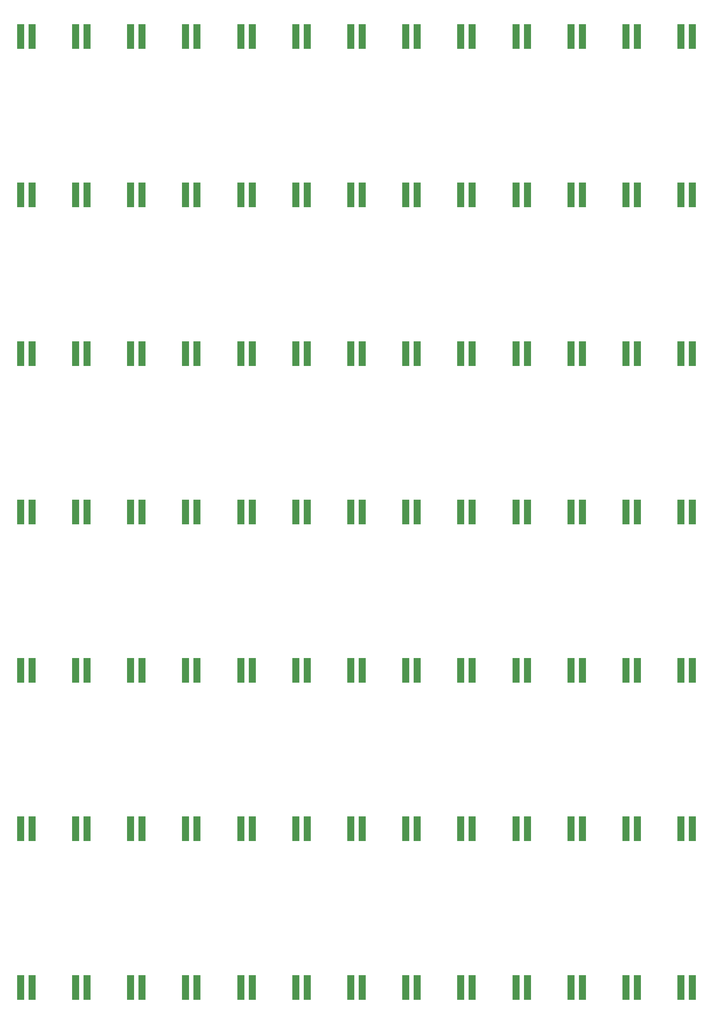
<source format=gts>
G04 #@! TF.FileFunction,Soldermask,Top*
%FSLAX46Y46*%
G04 Gerber Fmt 4.6, Leading zero omitted, Abs format (unit mm)*
G04 Created by KiCad (PCBNEW 4.0.2-4+6225~38~ubuntu14.04.1-stable) date Mon 13 Jun 2016 20:57:54 BST*
%MOMM*%
G01*
G04 APERTURE LIST*
%ADD10C,0.100000*%
%ADD11R,1.400000X4.750000*%
G04 APERTURE END LIST*
D10*
D11*
X173300000Y-212500000D03*
X171100000Y-212500000D03*
X162700000Y-212500000D03*
X160500000Y-212500000D03*
X152100000Y-212500000D03*
X149900000Y-212500000D03*
X141500000Y-212500000D03*
X139300000Y-212500000D03*
X130900000Y-212500000D03*
X128700000Y-212500000D03*
X120300000Y-212500000D03*
X118100000Y-212500000D03*
X109700000Y-212500000D03*
X107500000Y-212500000D03*
X99100000Y-212500000D03*
X96900000Y-212500000D03*
X88500000Y-212500000D03*
X86300000Y-212500000D03*
X77900000Y-212500000D03*
X75700000Y-212500000D03*
X67300000Y-212500000D03*
X65100000Y-212500000D03*
X56700000Y-212500000D03*
X54500000Y-212500000D03*
X46100000Y-212500000D03*
X43900000Y-212500000D03*
X173300000Y-182000000D03*
X171100000Y-182000000D03*
X162700000Y-182000000D03*
X160500000Y-182000000D03*
X152100000Y-182000000D03*
X149900000Y-182000000D03*
X141500000Y-182000000D03*
X139300000Y-182000000D03*
X130900000Y-182000000D03*
X128700000Y-182000000D03*
X120300000Y-182000000D03*
X118100000Y-182000000D03*
X109700000Y-182000000D03*
X107500000Y-182000000D03*
X99100000Y-182000000D03*
X96900000Y-182000000D03*
X88500000Y-182000000D03*
X86300000Y-182000000D03*
X77900000Y-182000000D03*
X75700000Y-182000000D03*
X67300000Y-182000000D03*
X65100000Y-182000000D03*
X56700000Y-182000000D03*
X54500000Y-182000000D03*
X46100000Y-182000000D03*
X43900000Y-182000000D03*
X173300000Y-151500000D03*
X171100000Y-151500000D03*
X162700000Y-151500000D03*
X160500000Y-151500000D03*
X152100000Y-151500000D03*
X149900000Y-151500000D03*
X141500000Y-151500000D03*
X139300000Y-151500000D03*
X130900000Y-151500000D03*
X128700000Y-151500000D03*
X120300000Y-151500000D03*
X118100000Y-151500000D03*
X109700000Y-151500000D03*
X107500000Y-151500000D03*
X99100000Y-151500000D03*
X96900000Y-151500000D03*
X88500000Y-151500000D03*
X86300000Y-151500000D03*
X77900000Y-151500000D03*
X75700000Y-151500000D03*
X67300000Y-151500000D03*
X65100000Y-151500000D03*
X56700000Y-151500000D03*
X54500000Y-151500000D03*
X46100000Y-151500000D03*
X43900000Y-151500000D03*
X173300000Y-121000000D03*
X171100000Y-121000000D03*
X162700000Y-121000000D03*
X160500000Y-121000000D03*
X152100000Y-121000000D03*
X149900000Y-121000000D03*
X141500000Y-121000000D03*
X139300000Y-121000000D03*
X130900000Y-121000000D03*
X128700000Y-121000000D03*
X120300000Y-121000000D03*
X118100000Y-121000000D03*
X109700000Y-121000000D03*
X107500000Y-121000000D03*
X99100000Y-121000000D03*
X96900000Y-121000000D03*
X88500000Y-121000000D03*
X86300000Y-121000000D03*
X77900000Y-121000000D03*
X75700000Y-121000000D03*
X67300000Y-121000000D03*
X65100000Y-121000000D03*
X56700000Y-121000000D03*
X54500000Y-121000000D03*
X46100000Y-121000000D03*
X43900000Y-121000000D03*
X173300000Y-90500000D03*
X171100000Y-90500000D03*
X162700000Y-90500000D03*
X160500000Y-90500000D03*
X152100000Y-90500000D03*
X149900000Y-90500000D03*
X141500000Y-90500000D03*
X139300000Y-90500000D03*
X130900000Y-90500000D03*
X128700000Y-90500000D03*
X120300000Y-90500000D03*
X118100000Y-90500000D03*
X109700000Y-90500000D03*
X107500000Y-90500000D03*
X99100000Y-90500000D03*
X96900000Y-90500000D03*
X88500000Y-90500000D03*
X86300000Y-90500000D03*
X77900000Y-90500000D03*
X75700000Y-90500000D03*
X67300000Y-90500000D03*
X65100000Y-90500000D03*
X56700000Y-90500000D03*
X54500000Y-90500000D03*
X46100000Y-90500000D03*
X43900000Y-90500000D03*
X173300000Y-60000000D03*
X171100000Y-60000000D03*
X162700000Y-60000000D03*
X160500000Y-60000000D03*
X152100000Y-60000000D03*
X149900000Y-60000000D03*
X141500000Y-60000000D03*
X139300000Y-60000000D03*
X130900000Y-60000000D03*
X128700000Y-60000000D03*
X120300000Y-60000000D03*
X118100000Y-60000000D03*
X109700000Y-60000000D03*
X107500000Y-60000000D03*
X99100000Y-60000000D03*
X96900000Y-60000000D03*
X88500000Y-60000000D03*
X86300000Y-60000000D03*
X77900000Y-60000000D03*
X75700000Y-60000000D03*
X67300000Y-60000000D03*
X65100000Y-60000000D03*
X56700000Y-60000000D03*
X54500000Y-60000000D03*
X46100000Y-60000000D03*
X43900000Y-60000000D03*
X173300000Y-29500000D03*
X171100000Y-29500000D03*
X162700000Y-29500000D03*
X160500000Y-29500000D03*
X152100000Y-29500000D03*
X149900000Y-29500000D03*
X141500000Y-29500000D03*
X139300000Y-29500000D03*
X130900000Y-29500000D03*
X128700000Y-29500000D03*
X120300000Y-29500000D03*
X118100000Y-29500000D03*
X109700000Y-29500000D03*
X107500000Y-29500000D03*
X99100000Y-29500000D03*
X96900000Y-29500000D03*
X88500000Y-29500000D03*
X86300000Y-29500000D03*
X77900000Y-29500000D03*
X75700000Y-29500000D03*
X67300000Y-29500000D03*
X65100000Y-29500000D03*
X56700000Y-29500000D03*
X54500000Y-29500000D03*
X46100000Y-29500000D03*
X43900000Y-29500000D03*
M02*

</source>
